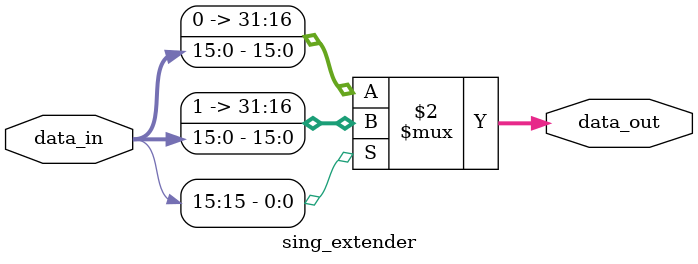
<source format=v>
`timescale 1ns / 1ps


module sing_extender(data_in, data_out);
  input [15:0] data_in;
  output [32-1:0] data_out;

  assign data_out = (data_in[15] == 1) ? {16'b1111111111111111, data_in} : {16'b0000000000000000, data_in};
endmodule // signExtend



</source>
